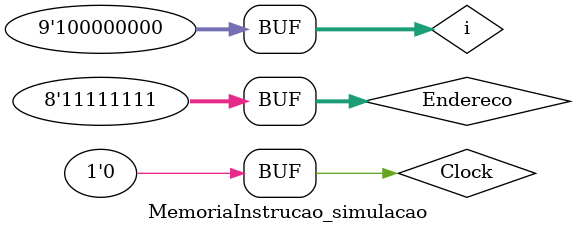
<source format=v>
module MemoriaInstrucao_simulacao;

  reg [7:0] Endereco;
  reg Clock;
  wire [7:0] Instrucao;

  reg [8:0] i;
  
  initial begin
    Clock = 0;
  end

  initial begin
    $monitor("Time=%0d Endereco=%b Instrucao=%b Clock=%b",
    $time, Endereco, Instrucao, Clock);
    
  end

  always begin
    #1 Clock <= 1;
    #1 Clock <= 0;
  end

  always begin

    for(i = 0; i < 256; i = i + 1) begin
      #2 Endereco <= i;
    end

  end

  MenoriaInstrucao MenoriaInstrucao1(Endereco, Instrucao, Clock);

endmodule
</source>
